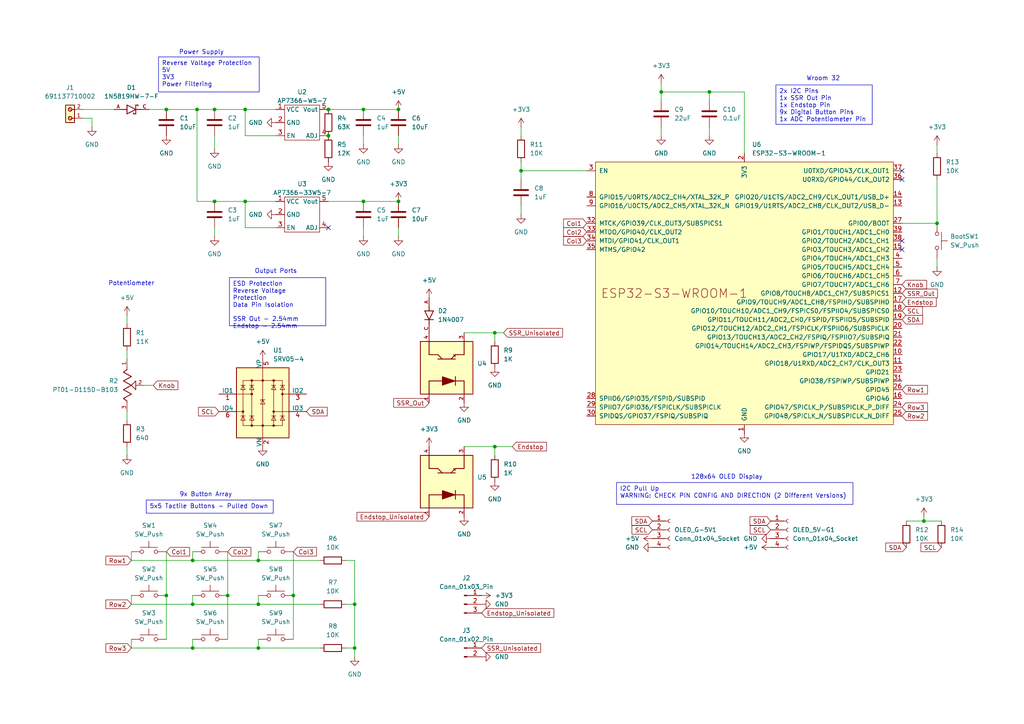
<source format=kicad_sch>
(kicad_sch (version 20231120) (generator "eeschema") (generator_version "8.0")
  (paper "A4")
  (lib_symbols
    (symbol "AP7366_SOT_25:AP7366_SOT25"
      (property "Reference" "U" (at 0 5.334 0))
      (symbol "AP7366_SOT25_1_1"
        (pin power_in line (at -7.62 2.54 0) (length 2.54) (name "VCC") (number "1"))
        (pin power_in line (at -7.62 -1.27 0) (length 2.54) (name "GND") (number "2"))
        (pin input line (at -7.62 -5.08 0) (length 2.54) (name "EN") (number "3"))
        (pin power_in line (at 7.62 -5.08 180) (length 2.54) (name "ADJ") (number "4"))
        (pin power_in line (at 7.62 2.54 180) (length 2.54) (name "Vout") (number "5"))
      )
    )
    (symbol "Connector:Conn_01x02_Pin" (pin_names (offset 1.016) hide)
      (property "Reference" "J" (at 0 2.54 0))
      (property "Value" "Conn_01x02_Pin" (at 0 -5.08 0))
      (symbol "Conn_01x02_Pin_1_1"
        (pin passive line (at 5.08 0 180) (length 3.81) (name "Pin_1") (number "1"))
        (pin passive line (at 5.08 -2.54 180) (length 3.81) (name "Pin_2") (number "2"))
      )
    )
    (symbol "Connector:Conn_01x03_Pin" (pin_names (offset 1.016) hide)
      (property "Reference" "J" (at 0 5.08 0))
      (property "Value" "Conn_01x03_Pin" (at 0 -5.08 0))
      (symbol "Conn_01x03_Pin_1_1"
        (pin passive line (at 5.08 2.54 180) (length 3.81) (name "Pin_1") (number "1"))
        (pin passive line (at 5.08 0 180) (length 3.81) (name "Pin_2") (number "2"))
        (pin passive line (at 5.08 -2.54 180) (length 3.81) (name "Pin_3") (number "3"))
      )
    )
    (symbol "Connector:Conn_01x04_Socket" (pin_names (offset 1.016) hide)
      (property "Reference" "J" (at 0 5.08 0))
      (property "Value" "Conn_01x04_Socket" (at 0 -7.62 0))
      (symbol "Conn_01x04_Socket_1_1"
        (pin passive line (at -5.08 2.54 0) (length 3.81) (name "Pin_1") (number "1"))
        (pin passive line (at -5.08 0 0) (length 3.81) (name "Pin_2") (number "2"))
        (pin passive line (at -5.08 -2.54 0) (length 3.81) (name "Pin_3") (number "3"))
        (pin passive line (at -5.08 -5.08 0) (length 3.81) (name "Pin_4") (number "4"))
      )
    )
    (symbol "Device:C" (pin_numbers hide) (pin_names (offset 0.254))
      (property "Reference" "C" (at 0.635 2.54 0))
      (property "Value" "C" (at 0.635 -2.54 0))
      (symbol "C_1_1"
        (pin passive line (at 0 3.81 270) (length 2.794) (name "~") (number "1"))
        (pin passive line (at 0 -3.81 90) (length 2.794) (name "~") (number "2"))
      )
    )
    (symbol "Device:R" (pin_numbers hide) (pin_names (offset 0))
      (property "Reference" "R" (at 2.032 0 90))
      (property "Value" "R" (at 0 0 90))
      (symbol "R_1_1"
        (pin passive line (at 0 3.81 270) (length 1.27) (name "~") (number "1"))
        (pin passive line (at 0 -3.81 90) (length 1.27) (name "~") (number "2"))
      )
    )
    (symbol "Diode_1N4007:1N4007" (pin_names (offset 1.016))
      (property "Reference" "D" (at -5.086 5.086 0))
      (property "Value" "1N4007" (at -5.0865 -5.0865 0))
      (symbol "1N4007_0_0"
        (pin passive line (at -5.08 0 0) (length 2.54) (name "~") (number "A"))
        (pin passive line (at 5.08 0 180) (length 2.54) (name "~") (number "C"))
      )
    )
    (symbol "Optocoupler_LTV-816S:SMD-PHOTOCOUPLER-5KV-LTV-816S_4P-4.6X6.5MM_" (pin_names (offset 1.016))
      (property "Reference" "U" (at -10.1782 -2.5446 90))
      (symbol "SMD-PHOTOCOUPLER-5KV-LTV-816S_4P-4.6X6.5MM__0_0"
        (pin bidirectional line (at -5.08 -10.16 90) (length 2.54) (name "~") (number "1"))
        (pin bidirectional line (at 5.08 -10.16 90) (length 2.54) (name "~") (number "2"))
        (pin bidirectional line (at 5.08 10.16 270) (length 2.54) (name "~") (number "3"))
        (pin bidirectional line (at -5.08 10.16 270) (length 2.54) (name "~") (number "4"))
      )
    )
    (symbol "PCM_Espressif:ESP32-S3-WROOM-1" (pin_names (offset 1.016))
      (property "Reference" "U" (at -43.18 43.18 0))
      (property "Value" "ESP32-S3-WROOM-1" (at -43.18 40.64 0))
      (symbol "ESP32-S3-WROOM-1_0_0"
        (text "ESP32-S3-WROOM-1" (at -20.32 0 0) (effects (font (size 2.54 2.54))))
        (pin power_in line (at 0 -40.64 90) (length 2.54) (name "GND") (number "1"))
        (pin bidirectional line (at 45.72 -17.78 180) (length 2.54) (name "GPIO17/U1TXD/ADC2_CH6") (number "10"))
        (pin bidirectional line (at 45.72 -20.32 180) (length 2.54) (name "GPIO18/U1RXD/ADC2_CH7/CLK_OUT3") (number "11"))
        (pin bidirectional line (at 45.72 0 180) (length 2.54) (name "GPIO8/TOUCH8/ADC1_CH7/SUBSPICS1") (number "12"))
        (pin bidirectional line (at 45.72 25.4 180) (length 2.54) (name "GPIO19/U1RTS/ADC2_CH8/CLK_OUT2/USB_D-") (number "13"))
        (pin bidirectional line (at 45.72 27.94 180) (length 2.54) (name "GPIO20/U1CTS/ADC2_CH9/CLK_OUT1/USB_D+") (number "14"))
        (pin bidirectional line (at 45.72 12.7 180) (length 2.54) (name "GPIO3/TOUCH3/ADC1_CH2") (number "15"))
        (pin bidirectional line (at 45.72 -30.48 180) (length 2.54) (name "GPIO46") (number "16"))
        (pin bidirectional line (at 45.72 -2.54 180) (length 2.54) (name "GPIO9/TOUCH9/ADC1_CH8/FSPIHD/SUBSPIHD") (number "17"))
        (pin bidirectional line (at 45.72 -5.08 180) (length 2.54) (name "GPIO10/TOUCH10/ADC1_CH9/FSPICS0/FSPIIO4/SUBSPICS0") (number "18"))
        (pin bidirectional line (at 45.72 -7.62 180) (length 2.54) (name "GPIO11/TOUCH11/ADC2_CH0/FSPID/FSPIIO5/SUBSPID") (number "19"))
        (pin power_in line (at 0 40.64 270) (length 2.54) (name "3V3") (number "2"))
        (pin bidirectional line (at 45.72 -10.16 180) (length 2.54) (name "GPIO12/TOUCH12/ADC2_CH1/FSPICLK/FSPIIO6/SUBSPICLK") (number "20"))
        (pin bidirectional line (at 45.72 -12.7 180) (length 2.54) (name "GPIO13/TOUCH13/ADC2_CH2/FSPIQ/FSPIIO7/SUBSPIQ") (number "21"))
        (pin bidirectional line (at 45.72 -15.24 180) (length 2.54) (name "GPIO14/TOUCH14/ADC2_CH3/FSPIWP/FSPIDQS/SUBSPIWP") (number "22"))
        (pin bidirectional line (at 45.72 -22.86 180) (length 2.54) (name "GPIO21") (number "23"))
        (pin bidirectional line (at 45.72 -33.02 180) (length 2.54) (name "GPIO47/SPICLK_P/SUBSPICLK_P_DIFF") (number "24"))
        (pin bidirectional line (at 45.72 -35.56 180) (length 2.54) (name "GPIO48/SPICLK_N/SUBSPICLK_N_DIFF") (number "25"))
        (pin bidirectional line (at 45.72 -27.94 180) (length 2.54) (name "GPIO45") (number "26"))
        (pin bidirectional line (at 45.72 20.32 180) (length 2.54) (name "GPIO0/BOOT") (number "27"))
        (pin bidirectional line (at -45.72 -30.48 0) (length 2.54) (name "SPIIO6/GPIO35/FSPID/SUBSPID") (number "28"))
        (pin bidirectional line (at -45.72 -33.02 0) (length 2.54) (name "SPIIO7/GPIO36/FSPICLK/SUBSPICLK") (number "29"))
        (pin input line (at -45.72 35.56 0) (length 2.54) (name "EN") (number "3"))
        (pin bidirectional line (at -45.72 -35.56 0) (length 2.54) (name "SPIDQS/GPIO37/FSPIQ/SUBSPIQ") (number "30"))
        (pin bidirectional line (at 45.72 -25.4 180) (length 2.54) (name "GPIO38/FSPIWP/SUBSPIWP") (number "31"))
        (pin bidirectional line (at -45.72 20.32 0) (length 2.54) (name "MTCK/GPIO39/CLK_OUT3/SUBSPICS1") (number "32"))
        (pin bidirectional line (at -45.72 17.78 0) (length 2.54) (name "MTDO/GPIO40/CLK_OUT2") (number "33"))
        (pin bidirectional line (at -45.72 15.24 0) (length 2.54) (name "MTDI/GPIO41/CLK_OUT1") (number "34"))
        (pin bidirectional line (at -45.72 12.7 0) (length 2.54) (name "MTMS/GPIO42") (number "35"))
        (pin bidirectional line (at 45.72 33.02 180) (length 2.54) (name "U0RXD/GPIO44/CLK_OUT2") (number "36"))
        (pin bidirectional line (at 45.72 35.56 180) (length 2.54) (name "U0TXD/GPIO43/CLK_OUT1") (number "37"))
        (pin bidirectional line (at 45.72 15.24 180) (length 2.54) (name "GPIO2/TOUCH2/ADC1_CH1") (number "38"))
        (pin bidirectional line (at 45.72 17.78 180) (length 2.54) (name "GPIO1/TOUCH1/ADC1_CH0") (number "39"))
        (pin bidirectional line (at 45.72 10.16 180) (length 2.54) (name "GPIO4/TOUCH4/ADC1_CH3") (number "4"))
        (pin passive line (at 0 -40.64 90) (length 2.54) hide (name "GND") (number "40"))
        (pin passive line (at 0 -40.64 90) (length 2.54) hide (name "GND") (number "41"))
        (pin bidirectional line (at 45.72 7.62 180) (length 2.54) (name "GPIO5/TOUCH5/ADC1_CH4") (number "5"))
        (pin bidirectional line (at 45.72 5.08 180) (length 2.54) (name "GPIO6/TOUCH6/ADC1_CH5") (number "6"))
        (pin bidirectional line (at 45.72 2.54 180) (length 2.54) (name "GPIO7/TOUCH7/ADC1_CH6") (number "7"))
        (pin bidirectional line (at -45.72 27.94 0) (length 2.54) (name "GPIO15/U0RTS/ADC2_CH4/XTAL_32K_P") (number "8"))
        (pin bidirectional line (at -45.72 25.4 0) (length 2.54) (name "GPIO16/U0CTS/ADC2_CH5/XTAL_32K_N") (number "9"))
      )
    )
    (symbol "PCM_marbastlib-various:SRV05-4" (pin_names (offset 0))
      (property "Reference" "U" (at -5.08 11.43 0))
      (property "Value" "SRV05-4" (at 2.54 11.43 0))
      (symbol "SRV05-4_1_1"
        (pin passive line (at -12.7 2.54 0) (length 5.08) (name "IO1") (number "1"))
        (pin passive line (at 0 -12.7 90) (length 2.54) (name "VN") (number "2"))
        (pin passive line (at 12.7 2.54 180) (length 5.08) (name "IO2") (number "3"))
        (pin passive line (at 12.7 -2.54 180) (length 5.08) (name "IO3") (number "4"))
        (pin passive line (at 0 12.7 270) (length 2.54) (name "VP") (number "5"))
        (pin passive line (at -12.7 -2.54 0) (length 5.08) (name "IO4") (number "6"))
      )
    )
    (symbol "PT01-D115D-B103:PT01-D115D-B103" (pin_names (offset 1.016))
      (property "Reference" "R" (at -7.62 10.16 0))
      (property "Value" "PT01-D115D-B103" (at -7.62 -5.08 0))
      (symbol "PT01-D115D-B103_0_0"
        (pin passive line (at -7.62 0 0) (length 2.54) (name "~") (number "1"))
        (pin passive line (at 0 5.08 270) (length 2.54) (name "~") (number "2"))
        (pin passive line (at 7.62 0 180) (length 2.54) (name "~") (number "3"))
      )
    )
    (symbol "Schottky_Diode_1N5819HW-7-F:1N5819HW-7-F" (pin_names (offset 1.016))
      (property "Reference" "D" (at -5.08 2.54 0))
      (property "Value" "1N5819HW-7-F" (at -5.08 -3.81 0))
      (symbol "1N5819HW-7-F_0_0"
        (pin passive line (at -5.08 0 0) (length 2.54) (name "~") (number "A"))
        (pin passive line (at 5.08 0 180) (length 2.54) (name "~") (number "C"))
      )
    )
    (symbol "Switch:SW_Push" (pin_numbers hide) (pin_names (offset 1.016) hide)
      (property "Reference" "SW" (at 1.27 2.54 0))
      (property "Value" "SW_Push" (at 0 -1.524 0))
      (symbol "SW_Push_0_1"
        (pin passive line (at -5.08 0 0) (length 2.54) (name "1") (number "1"))
        (pin passive line (at 5.08 0 180) (length 2.54) (name "2") (number "2"))
      )
    )
    (symbol "Terminal_Block_691137710002:691137710002" (pin_names (offset 1.016))
      (property "Reference" "J" (at -4.88 -0.922 0))
      (symbol "691137710002_0_0"
        (pin passive line (at -2.54 -5.08 90) (length 2.54) (name "~") (number "1"))
        (pin passive line (at 0 -5.08 90) (length 2.54) (name "~") (number "2"))
      )
    )
    (symbol "power:+3V3" (power) (pin_numbers hide) (pin_names (offset 0) hide)
      (property "Value" "+3V3" (at 0 3.556 0))
      (symbol "+3V3_1_1"
        (pin power_in line (at 0 0 90) (length 0) (name "~") (number "1"))
      )
    )
    (symbol "power:+5V" (power) (pin_numbers hide) (pin_names (offset 0) hide)
      (property "Value" "+5V" (at 0 3.556 0))
      (symbol "+5V_1_1"
        (pin power_in line (at 0 0 90) (length 0) (name "~") (number "1"))
      )
    )
    (symbol "power:GND" (power) (pin_numbers hide) (pin_names (offset 0) hide)
      (property "Value" "GND" (at 0 -3.81 0))
      (symbol "GND_1_1"
        (pin power_in line (at 0 0 270) (length 0) (name "~") (number "1"))
      )
    )
  )
  (junction (at 205.74 26.67))
  (junction (at 151.13 49.53))
  (junction (at 105.41 58.42))
  (junction (at 115.57 31.75))
  (junction (at 48.26 31.75))
  (junction (at 267.97 151.13))
  (junction (at 62.23 58.42))
  (junction (at 55.88 175.26))
  (junction (at 105.41 31.75))
  (junction (at 55.88 162.56))
  (junction (at 102.87 175.26))
  (junction (at 57.15 31.75))
  (junction (at 95.25 31.75))
  (junction (at 55.88 187.96))
  (junction (at 115.57 58.42))
  (junction (at 271.78 64.77))
  (junction (at 62.23 31.75))
  (junction (at 71.12 31.75))
  (junction (at 102.87 187.96))
  (junction (at 191.77 26.67))
  (junction (at 143.51 96.52))
  (junction (at 95.25 39.37))
  (junction (at 143.51 129.54))
  (junction (at 74.93 175.26))
  (junction (at 74.93 187.96))
  (junction (at 74.93 162.56))
  (junction (at 48.26 172.72))
  (junction (at 85.09 172.72))
  (junction (at 71.12 58.42))
  (junction (at 66.04 172.72))
  (no_connect (at 261.62 49.53))
  (no_connect (at 261.62 52.07))
  (no_connect (at 261.62 72.39))
  (no_connect (at 95.25 66.04))
  (no_connect (at 261.62 69.85))
  (wire (pts (xy 151.13 46.99) (xy 151.13 49.53)))
  (wire (pts (xy 62.23 31.75) (xy 71.12 31.75)))
  (wire (pts (xy 41.91 111.76) (xy 44.45 111.76)))
  (wire (pts (xy 71.12 66.04) (xy 71.12 58.42)))
  (wire (pts (xy 115.57 66.04) (xy 115.57 68.58)))
  (wire (pts (xy 102.87 187.96) (xy 102.87 190.5)))
  (wire (pts (xy 85.09 172.72) (xy 85.09 185.42)))
  (wire (pts (xy 143.51 129.54) (xy 143.51 132.08)))
  (wire (pts (xy 57.15 31.75) (xy 57.15 58.42)))
  (wire (pts (xy 74.93 162.56) (xy 55.88 162.56)))
  (wire (pts (xy 205.74 36.83) (xy 205.74 39.37)))
  (wire (pts (xy 105.41 66.04) (xy 105.41 68.58)))
  (wire (pts (xy 267.97 151.13) (xy 273.05 151.13)))
  (wire (pts (xy 261.62 64.77) (xy 271.78 64.77)))
  (wire (pts (xy 62.23 39.37) (xy 62.23 43.18)))
  (wire (pts (xy 48.26 172.72) (xy 48.26 185.42)))
  (wire (pts (xy 38.1 160.02) (xy 38.1 162.56)))
  (wire (pts (xy 102.87 175.26) (xy 102.87 187.96)))
  (wire (pts (xy 74.93 162.56) (xy 92.71 162.56)))
  (wire (pts (xy 38.1 187.96) (xy 38.1 185.42)))
  (wire (pts (xy 215.9 26.67) (xy 215.9 44.45)))
  (wire (pts (xy 74.93 187.96) (xy 55.88 187.96)))
  (wire (pts (xy 151.13 52.07) (xy 151.13 49.53)))
  (wire (pts (xy 74.93 172.72) (xy 74.93 175.26)))
  (wire (pts (xy 66.04 172.72) (xy 66.04 185.42)))
  (wire (pts (xy 74.93 175.26) (xy 92.71 175.26)))
  (wire (pts (xy 80.01 66.04) (xy 71.12 66.04)))
  (wire (pts (xy 115.57 39.37) (xy 115.57 41.91)))
  (wire (pts (xy 151.13 39.37) (xy 151.13 36.83)))
  (wire (pts (xy 48.26 160.02) (xy 48.26 172.72)))
  (wire (pts (xy 271.78 52.07) (xy 271.78 64.77)))
  (wire (pts (xy 191.77 24.13) (xy 191.77 26.67)))
  (wire (pts (xy 151.13 49.53) (xy 170.18 49.53)))
  (wire (pts (xy 55.88 160.02) (xy 55.88 162.56)))
  (wire (pts (xy 62.23 66.04) (xy 62.23 68.58)))
  (wire (pts (xy 62.23 58.42) (xy 71.12 58.42)))
  (wire (pts (xy 38.1 175.26) (xy 38.1 172.72)))
  (wire (pts (xy 43.18 31.75) (xy 48.26 31.75)))
  (wire (pts (xy 100.33 175.26) (xy 102.87 175.26)))
  (wire (pts (xy 55.88 162.56) (xy 38.1 162.56)))
  (wire (pts (xy 115.57 31.75) (xy 105.41 31.75)))
  (wire (pts (xy 74.93 185.42) (xy 74.93 187.96)))
  (wire (pts (xy 100.33 162.56) (xy 102.87 162.56)))
  (wire (pts (xy 271.78 41.91) (xy 271.78 44.45)))
  (wire (pts (xy 143.51 96.52) (xy 134.62 96.52)))
  (wire (pts (xy 55.88 185.42) (xy 55.88 187.96)))
  (wire (pts (xy 55.88 187.96) (xy 38.1 187.96)))
  (wire (pts (xy 205.74 26.67) (xy 215.9 26.67)))
  (wire (pts (xy 74.93 187.96) (xy 92.71 187.96)))
  (wire (pts (xy 80.01 39.37) (xy 71.12 39.37)))
  (wire (pts (xy 191.77 26.67) (xy 205.74 26.67)))
  (wire (pts (xy 24.13 34.29) (xy 26.67 34.29)))
  (wire (pts (xy 57.15 58.42) (xy 62.23 58.42)))
  (wire (pts (xy 66.04 160.02) (xy 66.04 172.72)))
  (wire (pts (xy 151.13 62.23) (xy 151.13 59.69)))
  (wire (pts (xy 24.13 31.75) (xy 33.02 31.75)))
  (wire (pts (xy 36.83 129.54) (xy 36.83 132.08)))
  (wire (pts (xy 48.26 31.75) (xy 57.15 31.75)))
  (wire (pts (xy 74.93 160.02) (xy 74.93 162.56)))
  (wire (pts (xy 100.33 187.96) (xy 102.87 187.96)))
  (wire (pts (xy 26.67 34.29) (xy 26.67 36.83)))
  (wire (pts (xy 71.12 39.37) (xy 71.12 31.75)))
  (wire (pts (xy 36.83 91.44) (xy 36.83 93.98)))
  (wire (pts (xy 102.87 162.56) (xy 102.87 175.26)))
  (wire (pts (xy 271.78 77.47) (xy 271.78 74.93)))
  (wire (pts (xy 95.25 31.75) (xy 105.41 31.75)))
  (wire (pts (xy 95.25 58.42) (xy 105.41 58.42)))
  (wire (pts (xy 36.83 101.6) (xy 36.83 104.14)))
  (wire (pts (xy 191.77 36.83) (xy 191.77 39.37)))
  (wire (pts (xy 71.12 31.75) (xy 80.01 31.75)))
  (wire (pts (xy 205.74 26.67) (xy 205.74 29.21)))
  (wire (pts (xy 115.57 58.42) (xy 105.41 58.42)))
  (wire (pts (xy 146.05 96.52) (xy 143.51 96.52)))
  (wire (pts (xy 143.51 99.06) (xy 143.51 96.52)))
  (wire (pts (xy 191.77 26.67) (xy 191.77 29.21)))
  (wire (pts (xy 71.12 58.42) (xy 80.01 58.42)))
  (wire (pts (xy 55.88 172.72) (xy 55.88 175.26)))
  (wire (pts (xy 143.51 129.54) (xy 148.59 129.54)))
  (wire (pts (xy 36.83 119.38) (xy 36.83 121.92)))
  (wire (pts (xy 74.93 175.26) (xy 55.88 175.26)))
  (wire (pts (xy 85.09 160.02) (xy 85.09 172.72)))
  (wire (pts (xy 55.88 175.26) (xy 38.1 175.26)))
  (wire (pts (xy 57.15 31.75) (xy 62.23 31.75)))
  (wire (pts (xy 267.97 149.86) (xy 267.97 151.13)))
  (wire (pts (xy 134.62 129.54) (xy 143.51 129.54)))
  (wire (pts (xy 105.41 39.37) (xy 105.41 41.91)))
  (wire (pts (xy 262.89 151.13) (xy 267.97 151.13)))
  (text_box "ESD Protection\nReverse Voltage Protection\nData Pin Isolation\n\nSSR Out - 2.54mm\nEndstop - 2.54mm" (at 66.548 80.518 0) (size 27.94 13.97) (effects (font (size 1.27 1.27)) (justify left top)))
  (text_box "Reverse Voltage Protection\n5V\n3V3\nPower Filtering" (at 45.974 16.51 0) (size 29.21 10.16) (effects (font (size 1.27 1.27)) (justify left top)))
  (text_box "2x I2C Pins\n1x SSR Out Pin\n1x Endstop Pin\n9x Digital Button Pins\n1x ADC Potentiometer Pin" (at 225.044 24.638 0) (size 27.94 11.43) (effects (font (size 1.27 1.27)) (justify left top)))
  (text_box "5x5 Tactile Buttons - Pulled Down" (at 42.418 145.034 0) (size 36.83 3.81) (effects (font (size 1.27 1.27)) (justify left top)))
  (text_box "I2C Pull Up\nWARNING: CHECK PIN CONFIG AND DIRECTION (2 Different Versions)" (at 178.816 139.954 0) (size 68.58 6.35) (effects (font (size 1.27 1.27)) (justify left top)))
  (text "Wroom 32" (at 238.76 22.86 0) (effects (font (size 1.27 1.27))))
  (text "Output Ports" (at 80.01 78.74 0) (effects (font (size 1.27 1.27))))
  (text "128x64 OLED Display" (at 210.82 138.43 0) (effects (font (size 1.27 1.27))))
  (text "9x Button Array" (at 59.69 143.51 0) (effects (font (size 1.27 1.27))))
  (text "Potentiometer" (at 38.1 82.296 0) (effects (font (size 1.27 1.27))))
  (text "Power Supply" (at 58.42 15.24 0) (effects (font (size 1.27 1.27))))
  (global_label "Row2" (shape input) (at 261.62 120.65 0) (property "Intersheetrefs" "${INTERSHEET_REFS}" (effects (hide yes))))
  (global_label "SSR_Out" (shape input) (at 261.62 85.09 0) (property "Intersheetrefs" "${INTERSHEET_REFS}" (effects (hide yes))))
  (global_label "SDA" (shape input) (at 88.9 119.38 0) (property "Intersheetrefs" "${INTERSHEET_REFS}" (effects (hide yes))))
  (global_label "SSR_Unisolated" (shape input) (at 146.05 96.52 0) (property "Intersheetrefs" "${INTERSHEET_REFS}" (effects (hide yes))))
  (global_label "SSR_Unisolated" (shape input) (at 139.7 187.96 0) (property "Intersheetrefs" "${INTERSHEET_REFS}" (effects (hide yes))))
  (global_label "Endstop_Unisolated" (shape input) (at 124.46 149.86 180) (property "Intersheetrefs" "${INTERSHEET_REFS}" (effects (hide yes))))
  (global_label "Col3" (shape input) (at 170.18 69.85 180) (property "Intersheetrefs" "${INTERSHEET_REFS}" (effects (hide yes))))
  (global_label "SDA" (shape input) (at 189.23 151.13 180) (property "Intersheetrefs" "${INTERSHEET_REFS}" (effects (hide yes))))
  (global_label "Endstop_Unisolated" (shape input) (at 139.7 177.8 0) (property "Intersheetrefs" "${INTERSHEET_REFS}" (effects (hide yes))))
  (global_label "Row2" (shape input) (at 38.1 175.26 180) (property "Intersheetrefs" "${INTERSHEET_REFS}" (effects (hide yes))))
  (global_label "Endstop" (shape input) (at 148.59 129.54 0) (property "Intersheetrefs" "${INTERSHEET_REFS}" (effects (hide yes))))
  (global_label "Row1" (shape input) (at 38.1 162.56 180) (property "Intersheetrefs" "${INTERSHEET_REFS}" (effects (hide yes))))
  (global_label "Row1" (shape input) (at 261.62 113.03 0) (property "Intersheetrefs" "${INTERSHEET_REFS}" (effects (hide yes))))
  (global_label "SDA" (shape input) (at 223.52 151.13 180) (property "Intersheetrefs" "${INTERSHEET_REFS}" (effects (hide yes))))
  (global_label "SCL" (shape input) (at 261.62 90.17 0) (property "Intersheetrefs" "${INTERSHEET_REFS}" (effects (hide yes))))
  (global_label "Endstop" (shape input) (at 261.62 87.63 0) (property "Intersheetrefs" "${INTERSHEET_REFS}" (effects (hide yes))))
  (global_label "Col3" (shape input) (at 85.09 160.02 0) (property "Intersheetrefs" "${INTERSHEET_REFS}" (effects (hide yes))))
  (global_label "Col2" (shape input) (at 170.18 67.31 180) (property "Intersheetrefs" "${INTERSHEET_REFS}" (effects (hide yes))))
  (global_label "Row3" (shape input) (at 38.1 187.96 180) (property "Intersheetrefs" "${INTERSHEET_REFS}" (effects (hide yes))))
  (global_label "SSR_Out" (shape input) (at 124.46 116.84 180) (property "Intersheetrefs" "${INTERSHEET_REFS}" (effects (hide yes))))
  (global_label "SCL" (shape input) (at 223.52 153.67 180) (property "Intersheetrefs" "${INTERSHEET_REFS}" (effects (hide yes))))
  (global_label "SCL" (shape input) (at 189.23 153.67 180) (property "Intersheetrefs" "${INTERSHEET_REFS}" (effects (hide yes))))
  (global_label "Col1" (shape input) (at 48.26 160.02 0) (property "Intersheetrefs" "${INTERSHEET_REFS}" (effects (hide yes))))
  (global_label "Row3" (shape input) (at 261.62 118.11 0) (property "Intersheetrefs" "${INTERSHEET_REFS}" (effects (hide yes))))
  (global_label "Col1" (shape input) (at 170.18 64.77 180) (property "Intersheetrefs" "${INTERSHEET_REFS}" (effects (hide yes))))
  (global_label "Knob" (shape input) (at 261.62 82.55 0) (property "Intersheetrefs" "${INTERSHEET_REFS}" (effects (hide yes))))
  (global_label "Knob" (shape input) (at 44.45 111.76 0) (property "Intersheetrefs" "${INTERSHEET_REFS}" (effects (hide yes))))
  (global_label "Col2" (shape input) (at 66.04 160.02 0) (property "Intersheetrefs" "${INTERSHEET_REFS}" (effects (hide yes))))
  (global_label "SCL" (shape input) (at 63.5 119.38 180) (property "Intersheetrefs" "${INTERSHEET_REFS}" (effects (hide yes))))
  (global_label "SCL" (shape input) (at 273.05 158.75 180) (property "Intersheetrefs" "${INTERSHEET_REFS}" (effects (hide yes))))
  (global_label "SDA" (shape input) (at 261.62 92.71 0) (property "Intersheetrefs" "${INTERSHEET_REFS}" (effects (hide yes))))
  (global_label "SDA" (shape input) (at 262.89 158.75 180) (property "Intersheetrefs" "${INTERSHEET_REFS}" (effects (hide yes))))
  (symbol (lib_id "power:GND") (at 48.26 39.37 0) (unit 1)
    (property "Reference" "#PWR04" (effects (hide yes)))
    (property "Value" "GND" (at 48.26 44.45 0))
    (property "Description" "Power symbol creates a global label with name \"GND\" , ground" (effects (hide yes)))
  )
  (symbol (lib_id "Device:C") (at 62.23 62.23 0) (unit 1)
    (property "Reference" "C3" (at 66.04 60.9599 0) (effects (justify left)))
    (property "Value" "1uF" (at 66.04 63.4999 0) (effects (justify left)))
    (property "Footprint" "Resistor_SMD:R_0603_1608Metric" (effects (hide yes)))
    (property "Description" "Unpolarized capacitor" (effects (hide yes)))
  )
  (symbol (lib_id "power:+3V3") (at 115.57 58.42 0) (unit 1)
    (property "Reference" "#PWR017" (effects (hide yes)))
    (property "Value" "+3V3" (at 115.57 53.34 0))
    (property "Description" "Power symbol creates a global label with name \"+3V3\"" (effects (hide yes)))
  )
  (symbol (lib_id "Device:R") (at 95.25 43.18 0) (unit 1)
    (property "Reference" "R5" (at 97.79 41.9099 0) (effects (justify left)))
    (property "Value" "12K" (at 97.79 44.4499 0) (effects (justify left)))
    (property "Footprint" "Resistor_SMD:R_0603_1608Metric" (effects (hide yes)))
    (property "Description" "Resistor" (effects (hide yes)))
  )
  (symbol (lib_id "Switch:SW_Push") (at 43.18 185.42 0) (unit 1)
    (property "Reference" "SW3" (at 43.18 177.8 0))
    (property "Value" "SW_Push" (at 43.18 180.34 0))
    (property "Footprint" "Button_Switch_THT:SW_PUSH_6mm" (effects (hide yes)))
    (property "Description" "Push button switch, generic, two pins" (effects (hide yes)))
  )
  (symbol (lib_id "Connector:Conn_01x02_Pin") (at 134.62 187.96 0) (unit 1)
    (property "Reference" "J3" (at 135.255 182.88 0))
    (property "Value" "Conn_01x02_Pin" (at 135.255 185.42 0))
    (property "Footprint" "Connector_PinHeader_2.54mm:PinHeader_1x02_P2.54mm_Vertical" (effects (hide yes)))
    (property "Description" "Generic connector, single row, 01x02, script generated" (effects (hide yes)))
  )
  (symbol (lib_id "Device:C") (at 115.57 35.56 0) (unit 1)
    (property "Reference" "C6" (at 119.38 34.2899 0) (effects (justify left)))
    (property "Value" "10uF" (at 119.38 36.8299 0) (effects (justify left)))
    (property "Footprint" "Capacitor_SMD:C_0603_1608Metric" (effects (hide yes)))
    (property "Description" "Unpolarized capacitor" (effects (hide yes)))
  )
  (symbol (lib_id "power:GND") (at 151.13 62.23 0) (unit 1)
    (property "Reference" "#PWR029" (effects (hide yes)))
    (property "Value" "GND" (at 151.13 67.31 0))
    (property "Description" "Power symbol creates a global label with name \"GND\" , ground" (effects (hide yes)))
  )
  (symbol (lib_id "power:GND") (at 115.57 41.91 0) (unit 1)
    (property "Reference" "#PWR016" (effects (hide yes)))
    (property "Value" "GND" (at 115.57 46.99 0))
    (property "Description" "Power symbol creates a global label with name \"GND\" , ground" (effects (hide yes)))
  )
  (symbol (lib_id "power:+3V3") (at 191.77 24.13 0) (unit 1)
    (property "Reference" "#PWR032" (effects (hide yes)))
    (property "Value" "+3V3" (at 191.77 19.05 0))
    (property "Description" "Power symbol creates a global label with name \"+3V3\"" (effects (hide yes)))
  )
  (symbol (lib_id "PCM_Espressif:ESP32-S3-WROOM-1") (at 215.9 85.09 0) (unit 1)
    (property "Reference" "U6" (at 218.0941 41.91 0) (effects (justify left)))
    (property "Value" "ESP32-S3-WROOM-1" (at 218.0941 44.45 0) (effects (justify left)))
    (property "Footprint" "PCM_Espressif:ESP32-S3-WROOM-1U" (effects (hide yes)))
    (property "Datasheet" "https://www.espressif.com/sites/default/files/documentation/esp32-s3-wroom-1_wroom-1u_datasheet_en.pdf" (effects (hide yes)))
    (property "Description" "2.4 GHz WiFi (802.11 b/g/n) and Bluetooth ® 5 (LE) module Built around ESP32S3 series of SoCs, Xtensa ® dualcore 32bit LX7 microprocessor Flash up to 16 MB, PSRAM up to 8 MB 36 GPIOs, rich set of peripherals Onboard PCB antenna" (effects (hide yes)))
  )
  (symbol (lib_id "Device:C") (at 191.77 33.02 0) (unit 1)
    (property "Reference" "C9" (at 195.58 31.7499 0) (effects (justify left)))
    (property "Value" "22uF" (at 195.58 34.2899 0) (effects (justify left)))
    (property "Footprint" "Capacitor_SMD:C_1206_3216Metric_Pad1.33x1.80mm_HandSolder" (effects (hide yes)))
    (property "Description" "Unpolarized capacitor" (effects (hide yes)))
  )
  (symbol (lib_id "Switch:SW_Push") (at 43.18 172.72 0) (unit 1)
    (property "Reference" "SW2" (at 43.18 165.1 0))
    (property "Value" "SW_Push" (at 43.18 167.64 0))
    (property "Footprint" "Button_Switch_THT:SW_PUSH_6mm" (effects (hide yes)))
    (property "Description" "Push button switch, generic, two pins" (effects (hide yes)))
  )
  (symbol (lib_id "Connector:Conn_01x04_Socket") (at 228.6 153.67 0) (unit 1)
    (property "Reference" "OLED_5V-G1" (at 229.87 153.6699 0) (effects (justify left)))
    (property "Value" "Conn_01x04_Socket" (at 229.87 156.2099 0) (effects (justify left)))
    (property "Footprint" "Connector_PinSocket_2.54mm:PinSocket_1x04_P2.54mm_Vertical" (effects (hide yes)))
    (property "Description" "Generic connector, single row, 01x04, script generated" (effects (hide yes)))
  )
  (symbol (lib_id "Connector:Conn_01x03_Pin") (at 134.62 175.26 0) (unit 1)
    (property "Reference" "J2" (at 135.255 167.64 0))
    (property "Value" "Conn_01x03_Pin" (at 135.255 170.18 0))
    (property "Footprint" "Connector_PinHeader_2.54mm:PinHeader_1x03_P2.54mm_Vertical" (effects (hide yes)))
    (property "Description" "Generic connector, single row, 01x03, script generated" (effects (hide yes)))
  )
  (symbol (lib_id "power:GND") (at 105.41 68.58 0) (unit 1)
    (property "Reference" "#PWR014" (effects (hide yes)))
    (property "Value" "GND" (at 105.41 73.66 0))
    (property "Description" "Power symbol creates a global label with name \"GND\" , ground" (effects (hide yes)))
  )
  (symbol (lib_id "power:GND") (at 62.23 43.18 0) (unit 1)
    (property "Reference" "#PWR05" (effects (hide yes)))
    (property "Value" "GND" (at 62.23 48.26 0))
    (property "Description" "Power symbol creates a global label with name \"GND\" , ground" (effects (hide yes)))
  )
  (symbol (lib_id "power:+5V") (at 189.23 156.21 90) (unit 1)
    (property "Reference" "#PWR030" (effects (hide yes)))
    (property "Value" "+5V" (at 185.42 156.2099 90) (effects (justify left)))
    (property "Description" "Power symbol creates a global label with name \"+5V\"" (effects (hide yes)))
  )
  (symbol (lib_id "Terminal_Block_691137710002:691137710002") (at 19.05 31.75 90) (unit 1)
    (property "Reference" "J1" (at 20.32 25.4 90))
    (property "Value" "691137710002" (at 20.32 27.94 90))
    (property "Footprint" "Terminal_Block_691137710002:691137710002" (effects (hide yes)))
    (property "WIRE" "12 to 30 (AWG) 3.31 to 0.05 (mm²)" (effects (hide yes)))
    (property "MOUNT" "THT" (effects (hide yes)))
    (property "IR-VDE" "24A" (effects (hide yes)))
    (property "IR-UL" "16A" (effects (hide yes)))
    (property "VALUE" "691137710002" (effects (hide yes)))
    (property "WORKING-VOLTAGE-UL" "300V(AC)" (effects (hide yes)))
    (property "PART-NUMBER" "691137710002" (effects (hide yes)))
    (property "DATASHEET-URL" "https://www.we-online.com/catalog/datasheet/691137710002.pdf" (effects (hide yes)))
    (property "PITCH" "5mm" (effects (hide yes)))
    (property "PINS" "2" (effects (hide yes)))
    (property "WORKING-VOLTAGE-VDE" "250V(AC)" (effects (hide yes)))
    (property "TYPE" "Horizontal" (effects (hide yes)))
  )
  (symbol (lib_id "power:GND") (at 143.51 139.7 0) (unit 1)
    (property "Reference" "#PWR027" (effects (hide yes)))
    (property "Value" "GND" (at 143.51 144.78 0))
    (property "Description" "Power symbol creates a global label with name \"GND\" , ground" (effects (hide yes)))
  )
  (symbol (lib_id "Device:C") (at 48.26 35.56 0) (unit 1)
    (property "Reference" "C1" (at 52.07 34.2899 0) (effects (justify left)))
    (property "Value" "10uF" (at 52.07 36.8299 0) (effects (justify left)))
    (property "Footprint" "Capacitor_SMD:C_0603_1608Metric" (effects (hide yes)))
    (property "Description" "Unpolarized capacitor" (effects (hide yes)))
  )
  (symbol (lib_id "power:GND") (at 271.78 77.47 0) (unit 1)
    (property "Reference" "#PWR040" (effects (hide yes)))
    (property "Value" "GND" (at 271.78 82.55 0))
    (property "Description" "Power symbol creates a global label with name \"GND\" , ground" (effects (hide yes)))
  )
  (symbol (lib_id "power:GND") (at 134.62 149.86 0) (unit 1)
    (property "Reference" "#PWR022" (effects (hide yes)))
    (property "Value" "GND" (at 134.62 154.94 0))
    (property "Description" "Power symbol creates a global label with name \"GND\" , ground" (effects (hide yes)))
  )
  (symbol (lib_id "power:GND") (at 223.52 156.21 270) (unit 1)
    (property "Reference" "#PWR036" (effects (hide yes)))
    (property "Value" "GND" (at 219.71 156.2099 90) (effects (justify right)))
    (property "Description" "Power symbol creates a global label with name \"GND\" , ground" (effects (hide yes)))
  )
  (symbol (lib_id "power:+5V") (at 124.46 86.36 0) (unit 1)
    (property "Reference" "#PWR019" (effects (hide yes)))
    (property "Value" "+5V" (at 124.46 81.28 0))
    (property "Description" "Power symbol creates a global label with name \"+5V\"" (effects (hide yes)))
  )
  (symbol (lib_id "power:+3V3") (at 124.46 129.54 0) (unit 1)
    (property "Reference" "#PWR020" (effects (hide yes)))
    (property "Value" "+3V3" (at 124.46 124.46 0))
    (property "Description" "Power symbol creates a global label with name \"+3V3\"" (effects (hide yes)))
  )
  (symbol (lib_id "PT01-D115D-B103:PT01-D115D-B103") (at 36.83 111.76 270) (unit 1)
    (property "Reference" "R2" (at 34.29 110.4899 90) (effects (justify right)))
    (property "Value" "PT01-D115D-B103" (at 34.29 113.0299 90) (effects (justify right)))
    (property "Footprint" "PT01-D115D-B103:TRIM_PT01-D115D-B103" (effects (hide yes)))
    (property "PARTREV" "1.0" (effects (hide yes)))
    (property "MANUFACTURER" "CUI Devices" (effects (hide yes)))
    (property "MAXIMUM_PACKAGE_HEIGHT" "26.8 mm" (effects (hide yes)))
    (property "STANDARD" "Manufacturer Recommendations" (effects (hide yes)))
  )
  (symbol (lib_id "Device:C") (at 62.23 35.56 0) (unit 1)
    (property "Reference" "C2" (at 66.04 34.2899 0) (effects (justify left)))
    (property "Value" "1uF" (at 66.04 36.8299 0) (effects (justify left)))
    (property "Footprint" "Resistor_SMD:R_0603_1608Metric" (effects (hide yes)))
    (property "Description" "Unpolarized capacitor" (effects (hide yes)))
  )
  (symbol (lib_id "power:GND") (at 139.7 190.5 90) (unit 1)
    (property "Reference" "#PWR025" (effects (hide yes)))
    (property "Value" "GND" (at 143.51 190.4999 90) (effects (justify right)))
    (property "Description" "Power symbol creates a global label with name \"GND\" , ground" (effects (hide yes)))
  )
  (symbol (lib_id "power:+3V3") (at 271.78 41.91 0) (unit 1)
    (property "Reference" "#PWR039" (effects (hide yes)))
    (property "Value" "+3V3" (at 271.78 36.83 0))
    (property "Description" "Power symbol creates a global label with name \"+3V3\"" (effects (hide yes)))
  )
  (symbol (lib_id "Device:R") (at 143.51 102.87 0) (unit 1)
    (property "Reference" "R9" (at 146.05 101.5999 0) (effects (justify left)))
    (property "Value" "1K" (at 146.05 104.1399 0) (effects (justify left)))
    (property "Footprint" "Resistor_SMD:R_0603_1608Metric_Pad0.98x0.95mm_HandSolder" (effects (hide yes)))
    (property "Description" "Resistor" (effects (hide yes)))
  )
  (symbol (lib_id "power:GND") (at 62.23 68.58 0) (unit 1)
    (property "Reference" "#PWR06" (effects (hide yes)))
    (property "Value" "GND" (at 62.23 73.66 0))
    (property "Description" "Power symbol creates a global label with name \"GND\" , ground" (effects (hide yes)))
  )
  (symbol (lib_id "Device:R") (at 36.83 125.73 0) (unit 1)
    (property "Reference" "R3" (at 39.37 124.4599 0) (effects (justify left)))
    (property "Value" "640" (at 39.37 126.9999 0) (effects (justify left)))
    (property "Footprint" "Resistor_SMD:R_0603_1608Metric" (effects (hide yes)))
    (property "Description" "Resistor" (effects (hide yes)))
  )
  (symbol (lib_id "Device:R") (at 96.52 162.56 270) (unit 1)
    (property "Reference" "R6" (at 96.52 156.21 90))
    (property "Value" "10K" (at 96.52 158.75 90))
    (property "Footprint" "Resistor_SMD:R_0603_1608Metric_Pad0.98x0.95mm_HandSolder" (effects (hide yes)))
    (property "Description" "Resistor" (effects (hide yes)))
  )
  (symbol (lib_id "power:GND") (at 139.7 175.26 90) (unit 1)
    (property "Reference" "#PWR024" (effects (hide yes)))
    (property "Value" "GND" (at 143.51 175.2599 90) (effects (justify right)))
    (property "Description" "Power symbol creates a global label with name \"GND\" , ground" (effects (hide yes)))
  )
  (symbol (lib_id "Device:R") (at 143.51 135.89 0) (unit 1)
    (property "Reference" "R10" (at 146.05 134.6199 0) (effects (justify left)))
    (property "Value" "1K" (at 146.05 137.1599 0) (effects (justify left)))
    (property "Footprint" "Resistor_SMD:R_0603_1608Metric_Pad0.98x0.95mm_HandSolder" (effects (hide yes)))
    (property "Description" "Resistor" (effects (hide yes)))
  )
  (symbol (lib_id "power:+3V3") (at 151.13 36.83 0) (unit 1)
    (property "Reference" "#PWR028" (effects (hide yes)))
    (property "Value" "+3V3" (at 151.13 31.75 0))
    (property "Description" "Power symbol creates a global label with name \"+3V3\"" (effects (hide yes)))
  )
  (symbol (lib_id "power:+5V") (at 115.57 31.75 0) (unit 1)
    (property "Reference" "#PWR015" (effects (hide yes)))
    (property "Value" "+5V" (at 115.57 26.67 0))
    (property "Description" "Power symbol creates a global label with name \"+5V\"" (effects (hide yes)))
  )
  (symbol (lib_id "power:+3V3") (at 267.97 149.86 0) (unit 1)
    (property "Reference" "#PWR038" (effects (hide yes)))
    (property "Value" "+3V3" (at 267.97 144.78 0))
    (property "Description" "Power symbol creates a global label with name \"+3V3\"" (effects (hide yes)))
  )
  (symbol (lib_id "Switch:SW_Push") (at 271.78 69.85 270) (unit 1)
    (property "Reference" "BootSW1" (at 275.59 68.5799 90) (effects (justify left)))
    (property "Value" "SW_Push" (at 275.59 71.1199 90) (effects (justify left)))
    (property "Footprint" "Button_Switch_THT:SW_PUSH_6mm" (effects (hide yes)))
    (property "Description" "Push button switch, generic, two pins" (effects (hide yes)))
  )
  (symbol (lib_id "Switch:SW_Push") (at 80.01 160.02 0) (unit 1)
    (property "Reference" "SW7" (at 80.01 152.4 0))
    (property "Value" "SW_Push" (at 80.01 154.94 0))
    (property "Footprint" "Button_Switch_THT:SW_PUSH_6mm" (effects (hide yes)))
    (property "Description" "Push button switch, generic, two pins" (effects (hide yes)))
  )
  (symbol (lib_id "Device:R") (at 262.89 154.94 0) (unit 1)
    (property "Reference" "R12" (at 265.43 153.6699 0) (effects (justify left)))
    (property "Value" "10K" (at 265.43 156.2099 0) (effects (justify left)))
    (property "Footprint" "Resistor_SMD:R_0603_1608Metric_Pad0.98x0.95mm_HandSolder" (effects (hide yes)))
    (property "Description" "Resistor" (effects (hide yes)))
  )
  (symbol (lib_id "power:GND") (at 205.74 39.37 0) (unit 1)
    (property "Reference" "#PWR034" (effects (hide yes)))
    (property "Value" "GND" (at 205.74 44.45 0))
    (property "Description" "Power symbol creates a global label with name \"GND\" , ground" (effects (hide yes)))
  )
  (symbol (lib_id "Diode_1N4007:1N4007") (at 124.46 91.44 270) (unit 1)
    (property "Reference" "D2" (at 127 90.1699 90) (effects (justify left)))
    (property "Value" "1N4007" (at 127 92.7099 90) (effects (justify left)))
    (property "Footprint" "Diode_1N4007:DIOAD1060W80L520D270" (effects (hide yes)))
    (property "PARTREV" "G" (effects (hide yes)))
    (property "MANUFACTURER" "ON Semiconductor" (effects (hide yes)))
    (property "STANDARD" "IPC2222A" (effects (hide yes)))
  )
  (symbol (lib_id "Device:R") (at 95.25 35.56 0) (unit 1)
    (property "Reference" "R4" (at 97.79 34.2899 0) (effects (justify left)))
    (property "Value" "63K" (at 97.79 36.8299 0) (effects (justify left)))
    (property "Footprint" "Resistor_SMD:R_0603_1608Metric" (effects (hide yes)))
    (property "Description" "Resistor" (effects (hide yes)))
  )
  (symbol (lib_id "power:+3V3") (at 139.7 172.72 270) (unit 1)
    (property "Reference" "#PWR023" (effects (hide yes)))
    (property "Value" "+3V3" (at 143.51 172.7199 90) (effects (justify left)))
    (property "Description" "Power symbol creates a global label with name \"+3V3\"" (effects (hide yes)))
  )
  (symbol (lib_id "power:GND") (at 134.62 116.84 0) (unit 1)
    (property "Reference" "#PWR021" (effects (hide yes)))
    (property "Value" "GND" (at 134.62 121.92 0))
    (property "Description" "Power symbol creates a global label with name \"GND\" , ground" (effects (hide yes)))
  )
  (symbol (lib_id "power:+5V") (at 76.2 104.14 0) (unit 1)
    (property "Reference" "#PWR07" (effects (hide yes)))
    (property "Value" "+5V" (at 76.2 99.06 0))
    (property "Description" "Power symbol creates a global label with name \"+5V\"" (effects (hide yes)))
  )
  (symbol (lib_id "power:GND") (at 80.01 35.56 270) (unit 1)
    (property "Reference" "#PWR09" (effects (hide yes)))
    (property "Value" "GND" (at 76.2 35.5599 90) (effects (justify right)))
    (property "Description" "Power symbol creates a global label with name \"GND\" , ground" (effects (hide yes)))
  )
  (symbol (lib_id "power:GND") (at 36.83 132.08 0) (unit 1)
    (property "Reference" "#PWR03" (effects (hide yes)))
    (property "Value" "GND" (at 36.83 137.16 0))
    (property "Description" "Power symbol creates a global label with name \"GND\" , ground" (effects (hide yes)))
  )
  (symbol (lib_id "Switch:SW_Push") (at 80.01 172.72 0) (unit 1)
    (property "Reference" "SW8" (at 80.01 165.1 0))
    (property "Value" "SW_Push" (at 80.01 167.64 0))
    (property "Footprint" "Button_Switch_THT:SW_PUSH_6mm" (effects (hide yes)))
    (property "Description" "Push button switch, generic, two pins" (effects (hide yes)))
  )
  (symbol (lib_id "PCM_marbastlib-various:SRV05-4") (at 76.2 116.84 0) (unit 1)
    (property "Reference" "U1" (at 79.2165 101.6 0) (effects (justify left)))
    (property "Value" "SRV05-4" (at 79.2165 104.14 0) (effects (justify left)))
    (property "Footprint" "PCM_marbastlib-various:SOT-23-6-routable" (effects (hide yes)))
    (property "Datasheet" "http://www.onsemi.com/pub/Collateral/SRV05-4-D.PDF" (effects (hide yes)))
    (property "Description" "ESD Protection Diodes with Low Clamping Voltage, SOT-23-6" (effects (hide yes)))
  )
  (symbol (lib_id "Switch:SW_Push") (at 60.96 172.72 0) (unit 1)
    (property "Reference" "SW5" (at 60.96 165.1 0))
    (property "Value" "SW_Push" (at 60.96 167.64 0))
    (property "Footprint" "Button_Switch_THT:SW_PUSH_6mm" (effects (hide yes)))
    (property "Description" "Push button switch, generic, two pins" (effects (hide yes)))
  )
  (symbol (lib_id "AP7366_SOT_25:AP7366_SOT25") (at 87.63 34.29 0) (unit 1)
    (property "Reference" "U2" (at 87.63 26.67 0))
    (property "Value" "AP7366-W5-7" (at 87.63 29.21 0))
    (property "Footprint" "AP7366-SOT25:AP7366" (effects (hide yes)))
  )
  (symbol (lib_id "Connector:Conn_01x04_Socket") (at 194.31 153.67 0) (unit 1)
    (property "Reference" "OLED_G-5V1" (at 195.58 153.6699 0) (effects (justify left)))
    (property "Value" "Conn_01x04_Socket" (at 195.58 156.2099 0) (effects (justify left)))
    (property "Footprint" "Connector_PinSocket_2.54mm:PinSocket_1x04_P2.54mm_Vertical" (effects (hide yes)))
    (property "Description" "Generic connector, single row, 01x04, script generated" (effects (hide yes)))
  )
  (symbol (lib_id "Device:C") (at 115.57 62.23 0) (unit 1)
    (property "Reference" "C7" (at 119.38 60.9599 0) (effects (justify left)))
    (property "Value" "10uF" (at 119.38 63.4999 0) (effects (justify left)))
    (property "Footprint" "Capacitor_SMD:C_0603_1608Metric" (effects (hide yes)))
    (property "Description" "Unpolarized capacitor" (effects (hide yes)))
  )
  (symbol (lib_id "Device:R") (at 96.52 187.96 90) (unit 1)
    (property "Reference" "R8" (at 96.52 181.61 90))
    (property "Value" "10K" (at 96.52 184.15 90))
    (property "Footprint" "Resistor_SMD:R_0603_1608Metric_Pad0.98x0.95mm_HandSolder" (effects (hide yes)))
    (property "Description" "Resistor" (effects (hide yes)))
  )
  (symbol (lib_id "Device:C") (at 151.13 55.88 0) (unit 1)
    (property "Reference" "C8" (at 154.94 54.6099 0) (effects (justify left)))
    (property "Value" "1uF" (at 154.94 57.1499 0) (effects (justify left)))
    (property "Footprint" "Capacitor_SMD:C_0603_1608Metric" (effects (hide yes)))
    (property "Description" "Unpolarized capacitor" (effects (hide yes)))
  )
  (symbol (lib_id "power:GND") (at 80.01 62.23 270) (unit 1)
    (property "Reference" "#PWR010" (effects (hide yes)))
    (property "Value" "GND" (at 76.2 62.2299 90) (effects (justify right)))
    (property "Description" "Power symbol creates a global label with name \"GND\" , ground" (effects (hide yes)))
  )
  (symbol (lib_id "Switch:SW_Push") (at 60.96 185.42 0) (unit 1)
    (property "Reference" "SW6" (at 60.96 177.8 0))
    (property "Value" "SW_Push" (at 60.96 180.34 0))
    (property "Footprint" "Button_Switch_THT:SW_PUSH_6mm" (effects (hide yes)))
    (property "Description" "Push button switch, generic, two pins" (effects (hide yes)))
  )
  (symbol (lib_id "Schottky_Diode_1N5819HW-7-F:1N5819HW-7-F") (at 38.1 31.75 0) (unit 1)
    (property "Reference" "D1" (at 38.1 25.4 0))
    (property "Value" "1N5819HW-7-F" (at 38.1 27.94 0))
    (property "Footprint" "Schottky_Diode_1N5819HW-7-F:SOD3715X145N" (effects (hide yes)))
    (property "PARTREV" "18-2" (effects (hide yes)))
    (property "STANDARD" "IPC-7351B" (effects (hide yes)))
    (property "MANUFACTURER" "Diodes Inc." (effects (hide yes)))
  )
  (symbol (lib_id "Switch:SW_Push") (at 80.01 185.42 0) (unit 1)
    (property "Reference" "SW9" (at 80.01 177.8 0))
    (property "Value" "SW_Push" (at 80.01 180.34 0))
    (property "Footprint" "Button_Switch_THT:SW_PUSH_6mm" (effects (hide yes)))
    (property "Description" "Push button switch, generic, two pins" (effects (hide yes)))
  )
  (symbol (lib_id "Switch:SW_Push") (at 43.18 160.02 0) (unit 1)
    (property "Reference" "SW1" (at 43.18 152.4 0))
    (property "Value" "SW_Push" (at 43.18 154.94 0))
    (property "Footprint" "Button_Switch_THT:SW_PUSH_6mm" (effects (hide yes)))
    (property "Description" "Push button switch, generic, two pins" (effects (hide yes)))
  )
  (symbol (lib_id "Device:C") (at 105.41 62.23 0) (unit 1)
    (property "Reference" "C5" (at 109.22 60.9599 0) (effects (justify left)))
    (property "Value" "1uF" (at 109.22 63.4999 0) (effects (justify left)))
    (property "Footprint" "Resistor_SMD:R_0603_1608Metric" (effects (hide yes)))
    (property "Description" "Unpolarized capacitor" (effects (hide yes)))
  )
  (symbol (lib_id "Device:R") (at 36.83 97.79 0) (unit 1)
    (property "Reference" "R1" (at 39.37 96.5199 0) (effects (justify left)))
    (property "Value" "11K" (at 39.37 99.0599 0) (effects (justify left)))
    (property "Footprint" "Resistor_SMD:R_0603_1608Metric" (effects (hide yes)))
    (property "Description" "Resistor" (effects (hide yes)))
  )
  (symbol (lib_id "power:GND") (at 189.23 158.75 270) (unit 1)
    (property "Reference" "#PWR031" (effects (hide yes)))
    (property "Value" "GND" (at 185.42 158.7499 90) (effects (justify right)))
    (property "Description" "Power symbol creates a global label with name \"GND\" , ground" (effects (hide yes)))
  )
  (symbol (lib_id "Device:R") (at 273.05 154.94 0) (unit 1)
    (property "Reference" "R14" (at 275.59 153.6699 0) (effects (justify left)))
    (property "Value" "10K" (at 275.59 156.2099 0) (effects (justify left)))
    (property "Footprint" "Resistor_SMD:R_0603_1608Metric_Pad0.98x0.95mm_HandSolder" (effects (hide yes)))
    (property "Description" "Resistor" (effects (hide yes)))
  )
  (symbol (lib_id "Device:C") (at 205.74 33.02 0) (unit 1)
    (property "Reference" "C10" (at 209.55 31.7499 0) (effects (justify left)))
    (property "Value" "0.1uF" (at 209.55 34.2899 0) (effects (justify left)))
    (property "Footprint" "Capacitor_SMD:C_0603_1608Metric" (effects (hide yes)))
    (property "Description" "Unpolarized capacitor" (effects (hide yes)))
  )
  (symbol (lib_id "power:GND") (at 95.25 46.99 0) (unit 1)
    (property "Reference" "#PWR011" (effects (hide yes)))
    (property "Value" "GND" (at 95.25 52.07 0))
    (property "Description" "Power symbol creates a global label with name \"GND\" , ground" (effects (hide yes)))
  )
  (symbol (lib_id "power:GND") (at 76.2 129.54 0) (unit 1)
    (property "Reference" "#PWR08" (effects (hide yes)))
    (property "Value" "GND" (at 76.2 134.62 0))
    (property "Description" "Power symbol creates a global label with name \"GND\" , ground" (effects (hide yes)))
  )
  (symbol (lib_id "power:GND") (at 115.57 68.58 0) (unit 1)
    (property "Reference" "#PWR018" (effects (hide yes)))
    (property "Value" "GND" (at 115.57 73.66 0))
    (property "Description" "Power symbol creates a global label with name \"GND\" , ground" (effects (hide yes)))
  )
  (symbol (lib_id "AP7366_SOT_25:AP7366_SOT25") (at 87.63 60.96 0) (unit 1)
    (property "Reference" "U3" (at 87.63 53.34 0))
    (property "Value" "AP7366-33W5-7" (at 87.63 55.88 0))
    (property "Footprint" "AP7366-SOT25:AP7366" (effects (hide yes)))
  )
  (symbol (lib_id "Device:R") (at 151.13 43.18 0) (unit 1)
    (property "Reference" "R11" (at 153.67 41.9099 0) (effects (justify left)))
    (property "Value" "10K" (at 153.67 44.4499 0) (effects (justify left)))
    (property "Footprint" "Resistor_SMD:R_0603_1608Metric" (effects (hide yes)))
    (property "Description" "Resistor" (effects (hide yes)))
  )
  (symbol (lib_id "power:GND") (at 102.87 190.5 0) (unit 1)
    (property "Reference" "#PWR012" (effects (hide yes)))
    (property "Value" "GND" (at 102.87 195.58 0))
    (property "Description" "Power symbol creates a global label with name \"GND\" , ground" (effects (hide yes)))
  )
  (symbol (lib_id "power:GND") (at 26.67 36.83 0) (unit 1)
    (property "Reference" "#PWR01" (effects (hide yes)))
    (property "Value" "GND" (at 26.67 41.91 0))
    (property "Description" "Power symbol creates a global label with name \"GND\" , ground" (effects (hide yes)))
  )
  (symbol (lib_id "power:GND") (at 143.51 106.68 0) (unit 1)
    (property "Reference" "#PWR026" (effects (hide yes)))
    (property "Value" "GND" (at 143.51 111.76 0))
    (property "Description" "Power symbol creates a global label with name \"GND\" , ground" (effects (hide yes)))
  )
  (symbol (lib_id "power:+5V") (at 223.52 158.75 90) (unit 1)
    (property "Reference" "#PWR037" (effects (hide yes)))
    (property "Value" "+5V" (at 219.71 158.7499 90) (effects (justify left)))
    (property "Description" "Power symbol creates a global label with name \"+5V\"" (effects (hide yes)))
  )
  (symbol (lib_id "Device:R") (at 96.52 175.26 90) (unit 1)
    (property "Reference" "R7" (at 96.52 168.91 90))
    (property "Value" "10K" (at 96.52 171.45 90))
    (property "Footprint" "Resistor_SMD:R_0603_1608Metric_Pad0.98x0.95mm_HandSolder" (effects (hide yes)))
    (property "Description" "Resistor" (effects (hide yes)))
  )
  (symbol (lib_id "Optocoupler_LTV-816S:SMD-PHOTOCOUPLER-5KV-LTV-816S_4P-4.6X6.5MM_") (at 129.54 106.68 0) (unit 1)
    (property "Reference" "U4" (at 138.43 105.4099 0) (effects (justify left)))
    (property "Value" "SMD-PHOTOCOUPLER-5KV-LTV-816S_4P-4.6X6.5MM_" (effects (hide yes)))
    (property "Footprint" "Optocoupler_LTV-816S:SMD4-2.54-4.6X6.5MM" (effects (hide yes)))
    (property "MPN" "LTV-816S" (effects (hide yes)))
    (property "VALUE" "5KV 4P-4.6X6.5MM" (effects (hide yes)))
  )
  (symbol (lib_id "power:GND") (at 105.41 41.91 0) (unit 1)
    (property "Reference" "#PWR013" (effects (hide yes)))
    (property "Value" "GND" (at 105.41 46.99 0))
    (property "Description" "Power symbol creates a global label with name \"GND\" , ground" (effects (hide yes)))
  )
  (symbol (lib_id "Device:R") (at 271.78 48.26 0) (unit 1)
    (property "Reference" "R13" (at 274.32 46.9899 0) (effects (justify left)))
    (property "Value" "10K" (at 274.32 49.5299 0) (effects (justify left)))
    (property "Footprint" "Resistor_SMD:R_0603_1608Metric" (effects (hide yes)))
    (property "Description" "Resistor" (effects (hide yes)))
  )
  (symbol (lib_id "Device:C") (at 105.41 35.56 0) (unit 1)
    (property "Reference" "C4" (at 109.22 34.2899 0) (effects (justify left)))
    (property "Value" "1uF" (at 109.22 36.8299 0) (effects (justify left)))
    (property "Footprint" "Resistor_SMD:R_0603_1608Metric" (effects (hide yes)))
    (property "Description" "Unpolarized capacitor" (effects (hide yes)))
  )
  (symbol (lib_id "Switch:SW_Push") (at 60.96 160.02 0) (unit 1)
    (property "Reference" "SW4" (at 60.96 152.4 0))
    (property "Value" "SW_Push" (at 60.96 154.94 0))
    (property "Footprint" "Button_Switch_THT:SW_PUSH_6mm" (effects (hide yes)))
    (property "Description" "Push button switch, generic, two pins" (effects (hide yes)))
  )
  (symbol (lib_id "Optocoupler_LTV-816S:SMD-PHOTOCOUPLER-5KV-LTV-816S_4P-4.6X6.5MM_") (at 129.54 139.7 0) (unit 1)
    (property "Reference" "U5" (at 138.43 138.4299 0) (effects (justify left)))
    (property "Value" "SMD-PHOTOCOUPLER-5KV-LTV-816S_4P-4.6X6.5MM_" (effects (hide yes)))
    (property "Footprint" "Optocoupler_LTV-816S:SMD4-2.54-4.6X6.5MM" (effects (hide yes)))
    (property "MPN" "LTV-816S" (effects (hide yes)))
    (property "VALUE" "5KV 4P-4.6X6.5MM" (effects (hide yes)))
  )
  (symbol (lib_id "power:+5V") (at 36.83 91.44 0) (unit 1)
    (property "Reference" "#PWR02" (effects (hide yes)))
    (property "Value" "+5V" (at 36.83 86.36 0))
    (property "Description" "Power symbol creates a global label with name \"+5V\"" (effects (hide yes)))
  )
  (symbol (lib_id "power:GND") (at 191.77 39.37 0) (unit 1)
    (property "Reference" "#PWR033" (effects (hide yes)))
    (property "Value" "GND" (at 191.77 44.45 0))
    (property "Description" "Power symbol creates a global label with name \"GND\" , ground" (effects (hide yes)))
  )
  (symbol (lib_id "power:GND") (at 215.9 125.73 0) (unit 1)
    (property "Reference" "#PWR035" (effects (hide yes)))
    (property "Value" "GND" (at 215.9 130.81 0))
    (property "Description" "Power symbol creates a global label with name \"GND\" , ground" (effects (hide yes)))
  )
)
</source>
